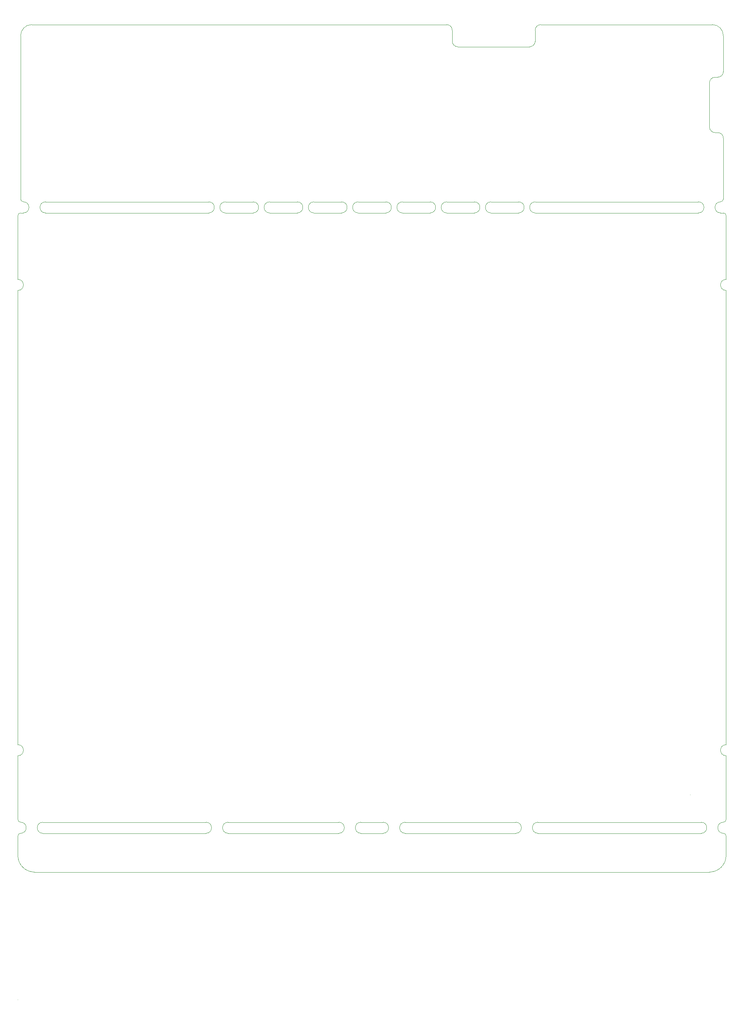
<source format=gm1>
G04 #@! TF.GenerationSoftware,KiCad,Pcbnew,no-vcs-found-bf44d39~61~ubuntu16.04.1*
G04 #@! TF.CreationDate,2018-01-06T22:41:00+05:30*
G04 #@! TF.ProjectId,chromogram,6368726F6D6F6772616D2E6B69636164,rev?*
G04 #@! TF.SameCoordinates,Original*
G04 #@! TF.FileFunction,Profile,NP*
%FSLAX46Y46*%
G04 Gerber Fmt 4.6, Leading zero omitted, Abs format (unit mm)*
G04 Created by KiCad (PCBNEW no-vcs-found-bf44d39~61~ubuntu16.04.1) date Sat Jan  6 22:41:00 2018*
%MOMM*%
%LPD*%
G01*
G04 APERTURE LIST*
%ADD10C,0.076200*%
G04 APERTURE END LIST*
D10*
X212090000Y-53340000D02*
X212090000Y-61595000D01*
X210820000Y-75565000D02*
X210185000Y-75565000D01*
X208915000Y-74295000D02*
X208915000Y-64135000D01*
X210820000Y-62865000D02*
X210185000Y-62865000D01*
X208915000Y-64135000D02*
G75*
G02X210185000Y-62865000I1270000J0D01*
G01*
X210185000Y-75565000D02*
G75*
G02X208915000Y-74295000I0J1270000D01*
G01*
X210820000Y-75565000D02*
G75*
G02X212090000Y-76835000I0J-1270000D01*
G01*
X212090000Y-61595000D02*
G75*
G02X210820000Y-62865000I-1270000J0D01*
G01*
X209550000Y-50800000D02*
X209550000Y-50800000D01*
X170180000Y-50800000D02*
X209550000Y-50800000D01*
X149860000Y-52070000D02*
X149860000Y-54610000D01*
X151130000Y-55880000D02*
X167640000Y-55880000D01*
X168910000Y-52070000D02*
X168910000Y-54610000D01*
X168910000Y-52070000D02*
G75*
G02X170180000Y-50800000I1270000J0D01*
G01*
X168910000Y-54610000D02*
G75*
G02X167640000Y-55880000I-1270000J0D01*
G01*
X151130000Y-55880000D02*
G75*
G02X149860000Y-54610000I0J1270000D01*
G01*
X148590000Y-50800000D02*
G75*
G02X149860000Y-52070000I0J-1270000D01*
G01*
X51435000Y-93980000D02*
X50800000Y-93980000D01*
X211455000Y-93980000D02*
X212090000Y-93980000D01*
X133985000Y-236220000D02*
X128905000Y-236220000D01*
X93345000Y-233680000D02*
G75*
G02X93345000Y-236220000I0J-1270000D01*
G01*
X128905000Y-233680000D02*
X133985000Y-233680000D01*
X212725000Y-233045000D02*
G75*
G02X212090000Y-233680000I-635000J0D01*
G01*
X164465000Y-236220000D02*
X139065000Y-236220000D01*
X169545000Y-236220000D02*
X207010000Y-236220000D01*
X207010000Y-233680000D02*
G75*
G02X207010000Y-236220000I0J-1270000D01*
G01*
X50165000Y-236855000D02*
G75*
G02X50800000Y-236220000I635000J0D01*
G01*
X98425000Y-236220000D02*
G75*
G02X98425000Y-233680000I0J1270000D01*
G01*
X55880000Y-236220000D02*
X93345000Y-236220000D01*
X55880000Y-236220000D02*
G75*
G02X55880000Y-233680000I0J1270000D01*
G01*
X169545000Y-236220000D02*
G75*
G02X169545000Y-233680000I0J1270000D01*
G01*
X50800000Y-233680000D02*
G75*
G02X50800000Y-236220000I0J-1270000D01*
G01*
X123825000Y-236220000D02*
X98425000Y-236220000D01*
X55880000Y-233680000D02*
X93345000Y-233680000D01*
X207010000Y-233680000D02*
X169545000Y-233680000D01*
X139065000Y-233680000D02*
X164465000Y-233680000D01*
X133985000Y-233680000D02*
G75*
G02X133985000Y-236220000I0J-1270000D01*
G01*
X128905000Y-236220000D02*
G75*
G02X128905000Y-233680000I0J1270000D01*
G01*
X123825000Y-233680000D02*
G75*
G02X123825000Y-236220000I0J-1270000D01*
G01*
X212090000Y-236220000D02*
G75*
G02X212725000Y-236855000I0J-635000D01*
G01*
X139065000Y-236220000D02*
G75*
G02X139065000Y-233680000I0J1270000D01*
G01*
X164465000Y-233680000D02*
G75*
G02X164465000Y-236220000I0J-1270000D01*
G01*
X212090000Y-236220000D02*
G75*
G02X212090000Y-233680000I0J1270000D01*
G01*
X50800000Y-233680000D02*
G75*
G02X50165000Y-233045000I0J635000D01*
G01*
X98425000Y-233680000D02*
X123825000Y-233680000D01*
X206375000Y-91440000D02*
G75*
G02X206375000Y-93980000I0J-1270000D01*
G01*
X211455000Y-93980000D02*
G75*
G02X211455000Y-91440000I0J1270000D01*
G01*
X56515000Y-93980000D02*
G75*
G02X56515000Y-91440000I0J1270000D01*
G01*
X51435000Y-91440000D02*
G75*
G02X51435000Y-93980000I0J-1270000D01*
G01*
X104140000Y-93980000D02*
X97790000Y-93980000D01*
X97790000Y-91440000D02*
X104140000Y-91440000D01*
X114300000Y-93980000D02*
X107950000Y-93980000D01*
X107950000Y-91440000D02*
X114300000Y-91440000D01*
X124460000Y-93980000D02*
X118110000Y-93980000D01*
X118110000Y-91440000D02*
X124460000Y-91440000D01*
X134620000Y-93980000D02*
X128270000Y-93980000D01*
X128270000Y-91440000D02*
X134620000Y-91440000D01*
X144780000Y-93980000D02*
X138430000Y-93980000D01*
X138430000Y-91440000D02*
X144780000Y-91440000D01*
X148590000Y-93980000D02*
X154940000Y-93980000D01*
X154940000Y-91440000D02*
X148590000Y-91440000D01*
X165100000Y-93980000D02*
X158750000Y-93980000D01*
X158750000Y-91440000D02*
X165100000Y-91440000D01*
X211455000Y-93980000D02*
X211455000Y-93980000D01*
X168910000Y-93980000D02*
X206375000Y-93980000D01*
X168910000Y-91440000D02*
X168910000Y-91440000D01*
X206375000Y-91440000D02*
X168910000Y-91440000D01*
X212090000Y-90805000D02*
G75*
G02X211455000Y-91440000I-635000J0D01*
G01*
X212090000Y-93980000D02*
G75*
G02X212725000Y-94615000I0J-635000D01*
G01*
X168910000Y-93980000D02*
G75*
G02X168910000Y-91440000I0J1270000D01*
G01*
X165100000Y-91440000D02*
G75*
G02X165100000Y-93980000I0J-1270000D01*
G01*
X158750000Y-93980000D02*
G75*
G02X158750000Y-91440000I0J1270000D01*
G01*
X154940000Y-91440000D02*
G75*
G02X154940000Y-93980000I0J-1270000D01*
G01*
X148590000Y-93980000D02*
G75*
G02X148590000Y-91440000I0J1270000D01*
G01*
X144780000Y-91440000D02*
G75*
G02X144780000Y-93980000I0J-1270000D01*
G01*
X138430000Y-93980000D02*
G75*
G02X138430000Y-91440000I0J1270000D01*
G01*
X134620000Y-91440000D02*
G75*
G02X134620000Y-93980000I0J-1270000D01*
G01*
X128270000Y-93980000D02*
G75*
G02X128270000Y-91440000I0J1270000D01*
G01*
X124460000Y-91440000D02*
G75*
G02X124460000Y-93980000I0J-1270000D01*
G01*
X118110000Y-93980000D02*
G75*
G02X118110000Y-91440000I0J1270000D01*
G01*
X114300000Y-91440000D02*
G75*
G02X114300000Y-93980000I0J-1270000D01*
G01*
X107950000Y-93980000D02*
G75*
G02X107950000Y-91440000I0J1270000D01*
G01*
X104140000Y-91440000D02*
G75*
G02X104140000Y-93980000I0J-1270000D01*
G01*
X97790000Y-93980000D02*
G75*
G02X97790000Y-91440000I0J1270000D01*
G01*
X93980000Y-91440000D02*
G75*
G02X93980000Y-93980000I0J-1270000D01*
G01*
X56515000Y-93980000D02*
X93980000Y-93980000D01*
X56515000Y-91440000D02*
X93980000Y-91440000D01*
X50165000Y-94615000D02*
G75*
G02X50800000Y-93980000I635000J0D01*
G01*
X51435000Y-91440000D02*
G75*
G02X50800000Y-90805000I0J635000D01*
G01*
X209550000Y-50800000D02*
G75*
G02X212090000Y-53340000I0J-2540000D01*
G01*
X50800000Y-53340000D02*
G75*
G02X53340000Y-50800000I2540000J0D01*
G01*
X53975000Y-245110000D02*
G75*
G02X50165000Y-241300000I0J3810000D01*
G01*
X212725000Y-241300000D02*
G75*
G02X208915000Y-245110000I-3810000J0D01*
G01*
X212725000Y-241300000D02*
X212725000Y-236855000D01*
X204470000Y-227330000D02*
X204470000Y-227330000D01*
X53975000Y-245110000D02*
X208915000Y-245110000D01*
X50165000Y-274320000D02*
X50165000Y-274320000D01*
X50165000Y-236855000D02*
X50165000Y-241300000D01*
X212090000Y-76835000D02*
X212090000Y-90805000D01*
X53340000Y-50800000D02*
X148590000Y-50800000D01*
X50800000Y-90805000D02*
X50800000Y-53340000D01*
X50165000Y-218440000D02*
X50165000Y-233045000D01*
X50165000Y-215900000D02*
X50165000Y-215900000D01*
X50165000Y-111760000D02*
X50165000Y-215900000D01*
X212725000Y-218440000D02*
X212725000Y-233045000D01*
X212725000Y-215900000D02*
X212725000Y-215900000D01*
X212725000Y-111760000D02*
X212725000Y-215900000D01*
X212725000Y-111760000D02*
G75*
G02X212725000Y-109220000I0J1270000D01*
G01*
X212725000Y-218440000D02*
G75*
G02X212725000Y-215900000I0J1270000D01*
G01*
X50165000Y-215900000D02*
G75*
G02X50165000Y-218440000I0J-1270000D01*
G01*
X50165000Y-109220000D02*
G75*
G02X50165000Y-111760000I0J-1270000D01*
G01*
X50165000Y-109220000D02*
X50165000Y-94615000D01*
X212725000Y-94615000D02*
X212725000Y-109220000D01*
M02*

</source>
